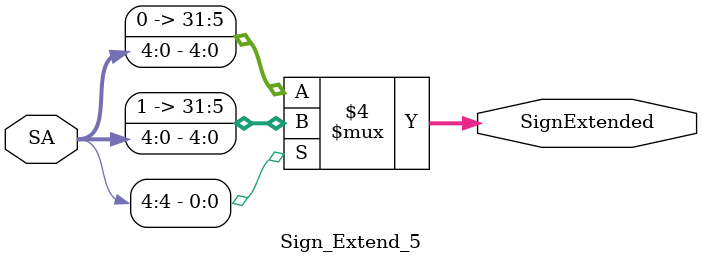
<source format=v>
module Sign_Extend_5(SA,SignExtended);

input [4:0] SA;
output reg [31:0] SignExtended;


always @(*) begin
if (SA[4] == 1'b1) // Check the sign bit
SignExtended = {27'b111111111111111111111111111, SA}; // Sign extend with 1's
else
SignExtended = {27'b000000000000000000000000000, SA}; // Sign extend with 0's
end

endmodule
</source>
